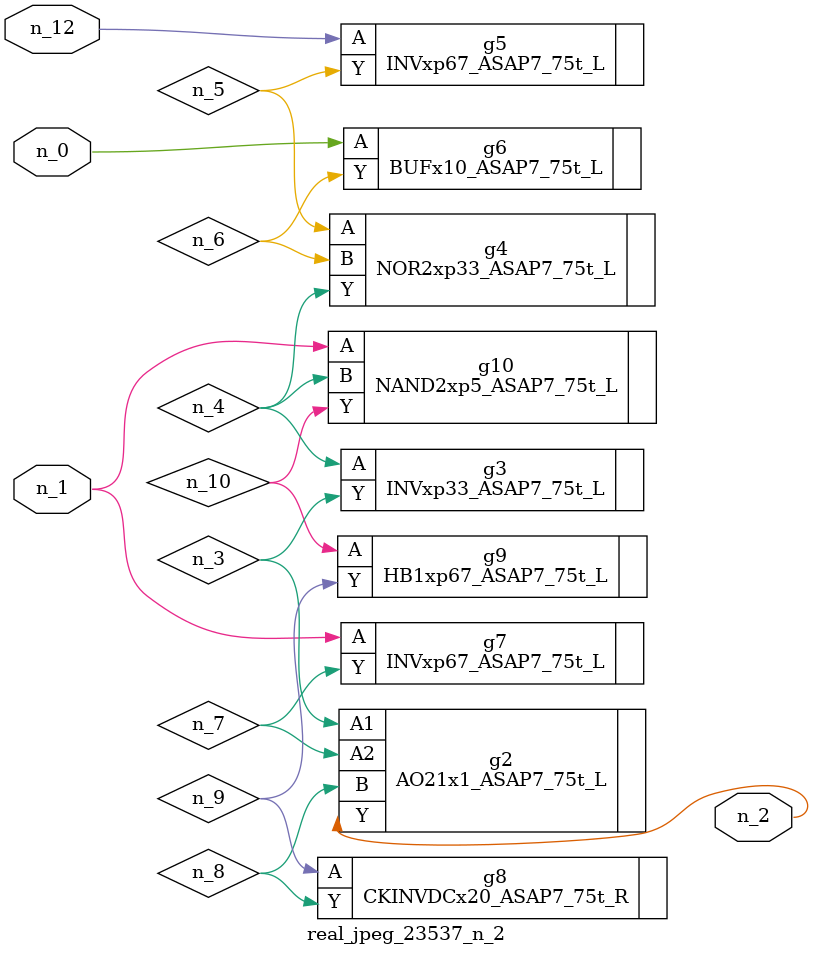
<source format=v>
module real_jpeg_23537_n_2 (n_12, n_1, n_0, n_2);

input n_12;
input n_1;
input n_0;

output n_2;

wire n_5;
wire n_4;
wire n_8;
wire n_6;
wire n_7;
wire n_3;
wire n_10;
wire n_9;

BUFx10_ASAP7_75t_L g6 ( 
.A(n_0),
.Y(n_6)
);

INVxp67_ASAP7_75t_L g7 ( 
.A(n_1),
.Y(n_7)
);

NAND2xp5_ASAP7_75t_L g10 ( 
.A(n_1),
.B(n_4),
.Y(n_10)
);

AO21x1_ASAP7_75t_L g2 ( 
.A1(n_3),
.A2(n_7),
.B(n_8),
.Y(n_2)
);

INVxp33_ASAP7_75t_L g3 ( 
.A(n_4),
.Y(n_3)
);

NOR2xp33_ASAP7_75t_L g4 ( 
.A(n_5),
.B(n_6),
.Y(n_4)
);

CKINVDCx20_ASAP7_75t_R g8 ( 
.A(n_9),
.Y(n_8)
);

HB1xp67_ASAP7_75t_L g9 ( 
.A(n_10),
.Y(n_9)
);

INVxp67_ASAP7_75t_L g5 ( 
.A(n_12),
.Y(n_5)
);


endmodule
</source>
